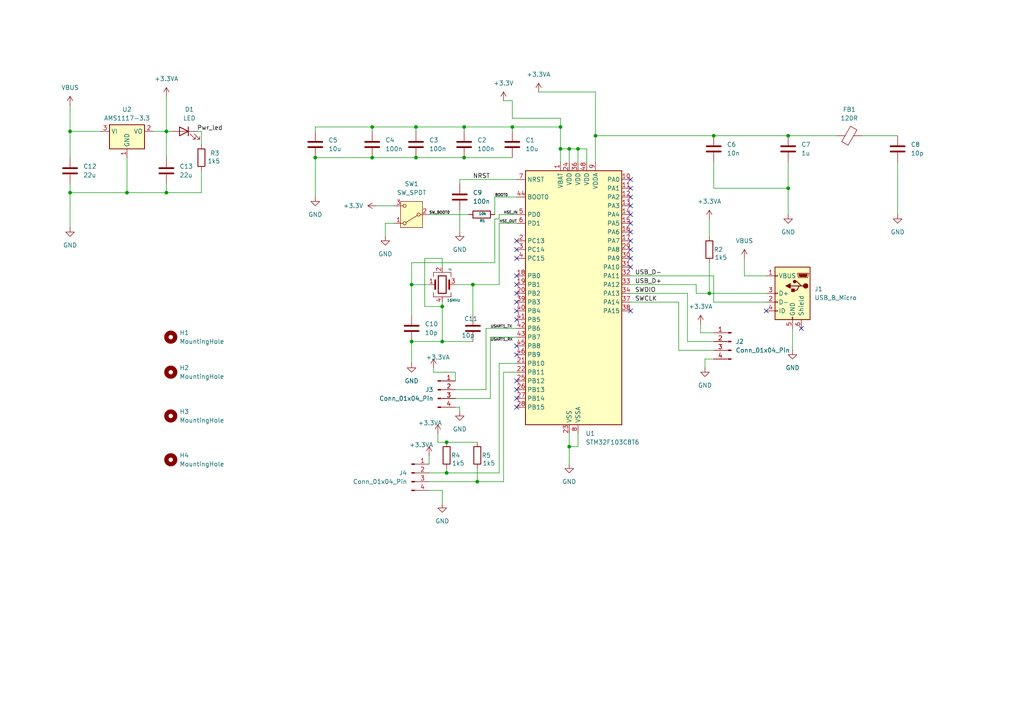
<source format=kicad_sch>
(kicad_sch (version 20231120) (generator "eeschema") (generator_version "8.0")
  (paper "A4")
  (lib_symbols
    (symbol "Connector:Conn_01x04_Pin" (pin_names (offset 1.016) hide)
      (property "Reference" "J" (at 0 5.08 0))
      (property "Value" "Conn_01x04_Pin" (at 0 -7.62 0))
      (symbol "Conn_01x04_Pin_1_1"
        (polyline (pts (xy 1.27 -5.08) (xy 0.8636 -5.08)) (stroke (width 0.1524)))
        (polyline (pts (xy 1.27 -2.54) (xy 0.8636 -2.54)) (stroke (width 0.1524)))
        (polyline (pts (xy 1.27 0) (xy 0.8636 0)) (stroke (width 0.1524)))
        (polyline (pts (xy 1.27 2.54) (xy 0.8636 2.54)) (stroke (width 0.1524)))
        (rectangle (start 0.8636 -4.953) (end 0 -5.207) (stroke (width 0.1524)) (fill (type outline)))
        (rectangle (start 0.8636 -2.413) (end 0 -2.667) (stroke (width 0.1524)) (fill (type outline)))
        (rectangle (start 0.8636 0.127) (end 0 -0.127) (stroke (width 0.1524)) (fill (type outline)))
        (rectangle (start 0.8636 2.667) (end 0 2.413) (stroke (width 0.1524)) (fill (type outline)))
        (pin passive line (at 5.08 2.54 180) (length 3.81) (name "Pin_1") (number "1"))
        (pin passive line (at 5.08 0 180) (length 3.81) (name "Pin_2") (number "2"))
        (pin passive line (at 5.08 -2.54 180) (length 3.81) (name "Pin_3") (number "3"))
        (pin passive line (at 5.08 -5.08 180) (length 3.81) (name "Pin_4") (number "4"))
      )
    )
    (symbol "Connector:USB_B_Micro" (pin_names (offset 1.016))
      (property "Reference" "J" (at -5.08 11.43 0))
      (property "Value" "USB_B_Micro" (at -5.08 8.89 0))
      (symbol "USB_B_Micro_0_1"
        (rectangle (start -5.08 -7.62) (end 5.08 7.62) (stroke (width 0.254)) (fill (type background)))
        (circle (center -3.81 2.159) (radius 0.635) (stroke (width 0.254)) (fill (type outline)))
        (circle (center -0.635 3.429) (radius 0.381) (stroke (width 0.254)) (fill (type outline)))
        (rectangle (start -0.127 -7.62) (end 0.127 -6.858))
        (polyline (pts (xy -1.905 2.159) (xy 0.635 2.159)) (stroke (width 0.254)))
        (polyline (pts (xy -3.175 2.159) (xy -2.54 2.159) (xy -1.27 3.429) (xy -0.635 3.429)) (stroke (width 0.254)))
        (polyline (pts (xy -2.54 2.159) (xy -1.905 2.159) (xy -1.27 0.889) (xy 0 0.889)) (stroke (width 0.254)))
        (polyline (pts (xy 0.635 2.794) (xy 0.635 1.524) (xy 1.905 2.159) (xy 0.635 2.794)) (stroke (width 0.254)) (fill (type outline)))
        (polyline (pts (xy -4.318 5.588) (xy -1.778 5.588) (xy -2.032 4.826) (xy -4.064 4.826) (xy -4.318 5.588)) (fill (type outline)))
        (polyline (pts (xy -4.699 5.842) (xy -4.699 5.588) (xy -4.445 4.826) (xy -4.445 4.572) (xy -1.651 4.572) (xy -1.651 4.826) (xy -1.397 5.588) (xy -1.397 5.842) (xy -4.699 5.842)))
        (rectangle (start 0.254 1.27) (end -0.508 0.508) (stroke (width 0.254)) (fill (type outline)))
        (rectangle (start 5.08 -5.207) (end 4.318 -4.953))
        (rectangle (start 5.08 -2.667) (end 4.318 -2.413))
        (rectangle (start 5.08 -0.127) (end 4.318 0.127))
        (rectangle (start 5.08 4.953) (end 4.318 5.207))
      )
      (symbol "USB_B_Micro_1_1"
        (pin power_out line (at 7.62 5.08 180) (length 2.54) (name "VBUS") (number "1"))
        (pin bidirectional line (at 7.62 -2.54 180) (length 2.54) (name "D-") (number "2"))
        (pin bidirectional line (at 7.62 0 180) (length 2.54) (name "D+") (number "3"))
        (pin passive line (at 7.62 -5.08 180) (length 2.54) (name "ID") (number "4"))
        (pin power_out line (at 0 -10.16 90) (length 2.54) (name "GND") (number "5"))
        (pin passive line (at -2.54 -10.16 90) (length 2.54) (name "Shield") (number "6"))
      )
    )
    (symbol "Device:C" (pin_numbers hide) (pin_names (offset 0.254))
      (property "Reference" "C" (at 0.635 2.54 0))
      (property "Value" "C" (at 0.635 -2.54 0))
      (symbol "C_0_1"
        (polyline (pts (xy -2.032 -0.762) (xy 2.032 -0.762)) (stroke (width 0.508)))
        (polyline (pts (xy -2.032 0.762) (xy 2.032 0.762)) (stroke (width 0.508)))
      )
      (symbol "C_1_1"
        (pin passive line (at 0 3.81 270) (length 2.794) (name "~") (number "1"))
        (pin passive line (at 0 -3.81 90) (length 2.794) (name "~") (number "2"))
      )
    )
    (symbol "Device:Crystal_GND24" (pin_names (offset 1.016) hide)
      (property "Reference" "Y" (at 3.175 5.08 0))
      (property "Value" "Crystal_GND24" (at 3.175 3.175 0))
      (symbol "Crystal_GND24_0_1"
        (rectangle (start -1.143 2.54) (end 1.143 -2.54) (stroke (width 0.3048)))
        (polyline (pts (xy -2.54 0) (xy -2.032 0)))
        (polyline (pts (xy -2.032 -1.27) (xy -2.032 1.27)) (stroke (width 0.508)))
        (polyline (pts (xy 0 -3.81) (xy 0 -3.556)))
        (polyline (pts (xy 0 3.556) (xy 0 3.81)))
        (polyline (pts (xy 2.032 -1.27) (xy 2.032 1.27)) (stroke (width 0.508)))
        (polyline (pts (xy 2.032 0) (xy 2.54 0)))
        (polyline (pts (xy -2.54 -2.286) (xy -2.54 -3.556) (xy 2.54 -3.556) (xy 2.54 -2.286)))
        (polyline (pts (xy -2.54 2.286) (xy -2.54 3.556) (xy 2.54 3.556) (xy 2.54 2.286)))
      )
      (symbol "Crystal_GND24_1_1"
        (pin passive line (at -3.81 0 0) (length 1.27) (name "1") (number "1"))
        (pin passive line (at 0 5.08 270) (length 1.27) (name "2") (number "2"))
        (pin passive line (at 3.81 0 180) (length 1.27) (name "3") (number "3"))
        (pin passive line (at 0 -5.08 90) (length 1.27) (name "4") (number "4"))
      )
    )
    (symbol "Device:FerriteBead" (pin_numbers hide) (pin_names (offset 0))
      (property "Reference" "FB" (at -3.81 0.635 90))
      (property "Value" "FerriteBead" (at 3.81 0 90))
      (symbol "FerriteBead_0_1"
        (polyline (pts (xy 0 -1.27) (xy 0 -1.2192)))
        (polyline (pts (xy 0 1.27) (xy 0 1.2954)))
        (polyline (pts (xy -2.7686 0.4064) (xy -1.7018 2.2606) (xy 2.7686 -0.3048) (xy 1.6764 -2.159) (xy -2.7686 0.4064)))
      )
      (symbol "FerriteBead_1_1"
        (pin passive line (at 0 3.81 270) (length 2.54) (name "~") (number "1"))
        (pin passive line (at 0 -3.81 90) (length 2.54) (name "~") (number "2"))
      )
    )
    (symbol "Device:LED" (pin_numbers hide) (pin_names (offset 1.016) hide)
      (property "Reference" "D" (at 0 2.54 0))
      (property "Value" "LED" (at 0 -2.54 0))
      (symbol "LED_0_1"
        (polyline (pts (xy -1.27 -1.27) (xy -1.27 1.27)) (stroke (width 0.254)))
        (polyline (pts (xy -1.27 0) (xy 1.27 0)))
        (polyline (pts (xy 1.27 -1.27) (xy 1.27 1.27) (xy -1.27 0) (xy 1.27 -1.27)) (stroke (width 0.254)))
        (polyline (pts (xy -3.048 -0.762) (xy -4.572 -2.286) (xy -3.81 -2.286) (xy -4.572 -2.286) (xy -4.572 -1.524)))
        (polyline (pts (xy -1.778 -0.762) (xy -3.302 -2.286) (xy -2.54 -2.286) (xy -3.302 -2.286) (xy -3.302 -1.524)))
      )
      (symbol "LED_1_1"
        (pin passive line (at -3.81 0 0) (length 2.54) (name "K") (number "1"))
        (pin passive line (at 3.81 0 180) (length 2.54) (name "A") (number "2"))
      )
    )
    (symbol "Device:R" (pin_numbers hide) (pin_names (offset 0))
      (property "Reference" "R" (at 2.032 0 90))
      (property "Value" "R" (at 0 0 90))
      (symbol "R_0_1"
        (rectangle (start -1.016 -2.54) (end 1.016 2.54) (stroke (width 0.254)))
      )
      (symbol "R_1_1"
        (pin passive line (at 0 3.81 270) (length 1.27) (name "~") (number "1"))
        (pin passive line (at 0 -3.81 90) (length 1.27) (name "~") (number "2"))
      )
    )
    (symbol "MCU_ST_STM32F1:STM32F103C8Tx"
      (property "Reference" "U" (at -12.7 39.37 0))
      (property "Value" "STM32F103C8Tx" (at 10.16 39.37 0))
      (symbol "STM32F103C8Tx_0_1"
        (rectangle (start -12.7 -35.56) (end 15.24 38.1) (stroke (width 0.254)) (fill (type background)))
      )
      (symbol "STM32F103C8Tx_1_1"
        (pin power_in line (at -2.54 40.64 270) (length 2.54) (name "VBAT") (number "1"))
        (pin bidirectional line (at 17.78 35.56 180) (length 2.54) (name "PA0") (number "10"))
        (pin bidirectional line (at 17.78 33.02 180) (length 2.54) (name "PA1") (number "11"))
        (pin bidirectional line (at 17.78 30.48 180) (length 2.54) (name "PA2") (number "12"))
        (pin bidirectional line (at 17.78 27.94 180) (length 2.54) (name "PA3") (number "13"))
        (pin bidirectional line (at 17.78 25.4 180) (length 2.54) (name "PA4") (number "14"))
        (pin bidirectional line (at 17.78 22.86 180) (length 2.54) (name "PA5") (number "15"))
        (pin bidirectional line (at 17.78 20.32 180) (length 2.54) (name "PA6") (number "16"))
        (pin bidirectional line (at 17.78 17.78 180) (length 2.54) (name "PA7") (number "17"))
        (pin bidirectional line (at -15.24 7.62 0) (length 2.54) (name "PB0") (number "18"))
        (pin bidirectional line (at -15.24 5.08 0) (length 2.54) (name "PB1") (number "19"))
        (pin bidirectional line (at -15.24 17.78 0) (length 2.54) (name "PC13") (number "2"))
        (pin bidirectional line (at -15.24 2.54 0) (length 2.54) (name "PB2") (number "20"))
        (pin bidirectional line (at -15.24 -17.78 0) (length 2.54) (name "PB10") (number "21"))
        (pin bidirectional line (at -15.24 -20.32 0) (length 2.54) (name "PB11") (number "22"))
        (pin power_in line (at 0 -38.1 90) (length 2.54) (name "VSS") (number "23"))
        (pin power_in line (at 0 40.64 270) (length 2.54) (name "VDD") (number "24"))
        (pin bidirectional line (at -15.24 -22.86 0) (length 2.54) (name "PB12") (number "25"))
        (pin bidirectional line (at -15.24 -25.4 0) (length 2.54) (name "PB13") (number "26"))
        (pin bidirectional line (at -15.24 -27.94 0) (length 2.54) (name "PB14") (number "27"))
        (pin bidirectional line (at -15.24 -30.48 0) (length 2.54) (name "PB15") (number "28"))
        (pin bidirectional line (at 17.78 15.24 180) (length 2.54) (name "PA8") (number "29"))
        (pin bidirectional line (at -15.24 15.24 0) (length 2.54) (name "PC14") (number "3"))
        (pin bidirectional line (at 17.78 12.7 180) (length 2.54) (name "PA9") (number "30"))
        (pin bidirectional line (at 17.78 10.16 180) (length 2.54) (name "PA10") (number "31"))
        (pin bidirectional line (at 17.78 7.62 180) (length 2.54) (name "PA11") (number "32"))
        (pin bidirectional line (at 17.78 5.08 180) (length 2.54) (name "PA12") (number "33"))
        (pin bidirectional line (at 17.78 2.54 180) (length 2.54) (name "PA13") (number "34"))
        (pin passive line (at 0 -38.1 90) (length 2.54) hide (name "VSS") (number "35"))
        (pin power_in line (at 2.54 40.64 270) (length 2.54) (name "VDD") (number "36"))
        (pin bidirectional line (at 17.78 0 180) (length 2.54) (name "PA14") (number "37"))
        (pin bidirectional line (at 17.78 -2.54 180) (length 2.54) (name "PA15") (number "38"))
        (pin bidirectional line (at -15.24 0 0) (length 2.54) (name "PB3") (number "39"))
        (pin bidirectional line (at -15.24 12.7 0) (length 2.54) (name "PC15") (number "4"))
        (pin bidirectional line (at -15.24 -2.54 0) (length 2.54) (name "PB4") (number "40"))
        (pin bidirectional line (at -15.24 -5.08 0) (length 2.54) (name "PB5") (number "41"))
        (pin bidirectional line (at -15.24 -7.62 0) (length 2.54) (name "PB6") (number "42"))
        (pin bidirectional line (at -15.24 -10.16 0) (length 2.54) (name "PB7") (number "43"))
        (pin input line (at -15.24 30.48 0) (length 2.54) (name "BOOT0") (number "44"))
        (pin bidirectional line (at -15.24 -12.7 0) (length 2.54) (name "PB8") (number "45"))
        (pin bidirectional line (at -15.24 -15.24 0) (length 2.54) (name "PB9") (number "46"))
        (pin passive line (at 0 -38.1 90) (length 2.54) hide (name "VSS") (number "47"))
        (pin power_in line (at 5.08 40.64 270) (length 2.54) (name "VDD") (number "48"))
        (pin bidirectional line (at -15.24 25.4 0) (length 2.54) (name "PD0") (number "5"))
        (pin bidirectional line (at -15.24 22.86 0) (length 2.54) (name "PD1") (number "6"))
        (pin input line (at -15.24 35.56 0) (length 2.54) (name "NRST") (number "7"))
        (pin power_in line (at 2.54 -38.1 90) (length 2.54) (name "VSSA") (number "8"))
        (pin power_in line (at 7.62 40.64 270) (length 2.54) (name "VDDA") (number "9"))
      )
    )
    (symbol "Mechanical:MountingHole" (pin_names (offset 1.016)) (exclude_from_sim yes) (in_bom no)
      (property "Reference" "H" (at 0 5.08 0))
      (property "Value" "MountingHole" (at 0 3.175 0))
      (symbol "MountingHole_0_1"
        (circle (center 0 0) (radius 1.27) (stroke (width 1.27)))
      )
    )
    (symbol "Regulator_Linear:AMS1117-3.3"
      (property "Reference" "U" (at -3.81 3.175 0))
      (property "Value" "AMS1117-3.3" (at 0 3.175 0))
      (symbol "AMS1117-3.3_0_1"
        (rectangle (start -5.08 -5.08) (end 5.08 1.905) (stroke (width 0.254)) (fill (type background)))
      )
      (symbol "AMS1117-3.3_1_1"
        (pin power_in line (at 0 -7.62 90) (length 2.54) (name "GND") (number "1"))
        (pin power_out line (at 7.62 0 180) (length 2.54) (name "VO") (number "2"))
        (pin power_in line (at -7.62 0 0) (length 2.54) (name "VI") (number "3"))
      )
    )
    (symbol "Switch:SW_SPDT" (pin_names (offset 0) hide)
      (property "Reference" "SW" (at 0 5.08 0))
      (property "Value" "SW_SPDT" (at 0 -5.08 0))
      (symbol "SW_SPDT_0_1"
        (circle (center -2.032 0) (radius 0.4572))
        (polyline (pts (xy -1.651 0.254) (xy 1.651 2.286)))
        (circle (center 2.032 -2.54) (radius 0.4572))
        (circle (center 2.032 2.54) (radius 0.4572))
      )
      (symbol "SW_SPDT_1_1"
        (rectangle (start -3.175 3.81) (end 3.175 -3.81) (fill (type background)))
        (pin passive line (at 5.08 2.54 180) (length 2.54) (name "A") (number "1"))
        (pin passive line (at -5.08 0 0) (length 2.54) (name "B") (number "2"))
        (pin passive line (at 5.08 -2.54 180) (length 2.54) (name "C") (number "3"))
      )
    )
    (symbol "power:+3.3V" (power) (pin_numbers hide) (pin_names (offset 0) hide)
      (property "Value" "+3.3V" (at 0 3.556 0))
      (symbol "+3.3V_0_1"
        (polyline (pts (xy -0.762 1.27) (xy 0 2.54)))
        (polyline (pts (xy 0 0) (xy 0 2.54)))
        (polyline (pts (xy 0 2.54) (xy 0.762 1.27)))
      )
      (symbol "+3.3V_1_1"
        (pin power_in line (at 0 0 90) (length 0) (name "~") (number "1"))
      )
    )
    (symbol "power:+3.3VA" (power) (pin_numbers hide) (pin_names (offset 0) hide)
      (property "Value" "+3.3VA" (at 0 3.556 0))
      (symbol "+3.3VA_0_1"
        (polyline (pts (xy -0.762 1.27) (xy 0 2.54)))
        (polyline (pts (xy 0 0) (xy 0 2.54)))
        (polyline (pts (xy 0 2.54) (xy 0.762 1.27)))
      )
      (symbol "+3.3VA_1_1"
        (pin power_in line (at 0 0 90) (length 0) (name "~") (number "1"))
      )
    )
    (symbol "power:GND" (power) (pin_numbers hide) (pin_names (offset 0) hide)
      (property "Value" "GND" (at 0 -3.81 0))
      (symbol "GND_0_1"
        (polyline (pts (xy 0 0) (xy 0 -1.27) (xy 1.27 -1.27) (xy 0 -2.54) (xy -1.27 -1.27) (xy 0 -1.27)))
      )
      (symbol "GND_1_1"
        (pin power_in line (at 0 0 270) (length 0) (name "~") (number "1"))
      )
    )
    (symbol "power:VBUS" (power) (pin_numbers hide) (pin_names (offset 0) hide)
      (property "Value" "VBUS" (at 0 3.556 0))
      (symbol "VBUS_0_1"
        (polyline (pts (xy -0.762 1.27) (xy 0 2.54)))
        (polyline (pts (xy 0 0) (xy 0 2.54)))
        (polyline (pts (xy 0 2.54) (xy 0.762 1.27)))
      )
      (symbol "VBUS_1_1"
        (pin power_in line (at 0 0 90) (length 0) (name "~") (number "1"))
      )
    )
  )
  (junction (at 128.27 99.06))
  (junction (at 120.65 45.72))
  (junction (at 119.38 82.55))
  (junction (at 107.95 36.83))
  (junction (at 228.6 54.61))
  (junction (at 167.64 43.18))
  (junction (at 137.16 82.55))
  (junction (at 129.54 137.16))
  (junction (at 128.27 88.9))
  (junction (at 228.6 39.37))
  (junction (at 129.54 128.27))
  (junction (at 48.26 55.88))
  (junction (at 48.26 38.1))
  (junction (at 172.72 39.37))
  (junction (at 162.56 36.83))
  (junction (at 134.62 45.72))
  (junction (at 36.83 55.88))
  (junction (at 207.01 39.37))
  (junction (at 107.95 45.72))
  (junction (at 20.32 38.1))
  (junction (at 134.62 36.83))
  (junction (at 165.1 43.18))
  (junction (at 138.43 139.7))
  (junction (at 120.65 36.83))
  (junction (at 91.44 45.72))
  (junction (at 165.1 129.54))
  (junction (at 148.59 36.83))
  (junction (at 119.38 99.06))
  (junction (at 162.56 43.18))
  (junction (at 20.32 55.88))
  (junction (at 205.74 85.09))
  (no_connect (at 182.88 74.93))
  (no_connect (at 149.86 115.57))
  (no_connect (at 182.88 64.77))
  (no_connect (at 149.86 74.93))
  (no_connect (at 149.86 69.85))
  (no_connect (at 182.88 52.07))
  (no_connect (at 182.88 62.23))
  (no_connect (at 149.86 87.63))
  (no_connect (at 149.86 90.17))
  (no_connect (at 149.86 102.87))
  (no_connect (at 149.86 80.01))
  (no_connect (at 149.86 72.39))
  (no_connect (at 182.88 57.15))
  (no_connect (at 182.88 72.39))
  (no_connect (at 149.86 113.03))
  (no_connect (at 182.88 90.17))
  (no_connect (at 182.88 77.47))
  (no_connect (at 182.88 67.31))
  (no_connect (at 149.86 92.71))
  (no_connect (at 149.86 82.55))
  (no_connect (at 149.86 110.49))
  (no_connect (at 182.88 54.61))
  (no_connect (at 149.86 85.09))
  (no_connect (at 222.25 90.17))
  (no_connect (at 232.41 95.25))
  (no_connect (at 182.88 69.85))
  (no_connect (at 149.86 118.11))
  (no_connect (at 149.86 100.33))
  (no_connect (at 182.88 59.69))
  (wire (pts (xy 205.74 76.2) (xy 205.74 85.09)))
  (wire (pts (xy 107.95 36.83) (xy 107.95 38.1)))
  (wire (pts (xy 172.72 26.67) (xy 156.21 26.67)))
  (wire (pts (xy 36.83 45.72) (xy 36.83 55.88)))
  (wire (pts (xy 20.32 53.34) (xy 20.32 55.88)))
  (wire (pts (xy 57.15 38.1) (xy 58.42 38.1)))
  (wire (pts (xy 143.51 57.15) (xy 143.51 62.23)))
  (wire (pts (xy 128.27 74.93) (xy 123.19 74.93)))
  (wire (pts (xy 120.65 45.72) (xy 134.62 45.72)))
  (wire (pts (xy 107.95 45.72) (xy 120.65 45.72)))
  (wire (pts (xy 144.78 64.77) (xy 144.78 82.55)))
  (wire (pts (xy 207.01 104.14) (xy 204.47 104.14)))
  (wire (pts (xy 144.78 82.55) (xy 137.16 82.55)))
  (wire (pts (xy 119.38 99.06) (xy 119.38 105.41)))
  (wire (pts (xy 127 125.73) (xy 127 128.27)))
  (wire (pts (xy 140.97 95.25) (xy 140.97 113.03)))
  (wire (pts (xy 107.95 36.83) (xy 91.44 36.83)))
  (wire (pts (xy 149.86 97.79) (xy 142.24 97.79)))
  (wire (pts (xy 162.56 34.29) (xy 148.59 34.29)))
  (wire (pts (xy 204.47 104.14) (xy 204.47 106.68)))
  (wire (pts (xy 148.59 34.29) (xy 148.59 29.21)))
  (wire (pts (xy 133.35 52.07) (xy 133.35 53.34)))
  (wire (pts (xy 129.54 128.27) (xy 138.43 128.27)))
  (wire (pts (xy 58.42 49.53) (xy 58.42 55.88)))
  (wire (pts (xy 125.73 107.95) (xy 132.08 107.95)))
  (wire (pts (xy 229.87 95.25) (xy 229.87 101.6)))
  (wire (pts (xy 29.21 38.1) (xy 20.32 38.1)))
  (wire (pts (xy 167.64 46.99) (xy 167.64 43.18)))
  (wire (pts (xy 207.01 87.63) (xy 207.01 80.01)))
  (wire (pts (xy 144.78 64.77) (xy 149.86 64.77)))
  (wire (pts (xy 182.88 82.55) (xy 201.93 82.55)))
  (wire (pts (xy 165.1 129.54) (xy 165.1 134.62)))
  (wire (pts (xy 167.64 129.54) (xy 167.64 125.73)))
  (wire (pts (xy 124.46 132.08) (xy 124.46 134.62)))
  (wire (pts (xy 134.62 36.83) (xy 134.62 38.1)))
  (wire (pts (xy 146.05 107.95) (xy 146.05 139.7)))
  (wire (pts (xy 149.86 52.07) (xy 133.35 52.07)))
  (wire (pts (xy 119.38 76.2) (xy 119.38 82.55)))
  (wire (pts (xy 182.88 87.63) (xy 196.85 87.63)))
  (wire (pts (xy 44.45 38.1) (xy 48.26 38.1)))
  (wire (pts (xy 128.27 142.24) (xy 128.27 146.05)))
  (wire (pts (xy 165.1 46.99) (xy 165.1 43.18)))
  (wire (pts (xy 196.85 101.6) (xy 207.01 101.6)))
  (wire (pts (xy 205.74 85.09) (xy 201.93 85.09)))
  (wire (pts (xy 129.54 135.89) (xy 129.54 137.16)))
  (wire (pts (xy 201.93 85.09) (xy 201.93 82.55)))
  (wire (pts (xy 128.27 88.9) (xy 128.27 99.06)))
  (wire (pts (xy 222.25 85.09) (xy 205.74 85.09)))
  (wire (pts (xy 143.51 63.5) (xy 143.51 76.2)))
  (wire (pts (xy 167.64 43.18) (xy 165.1 43.18)))
  (wire (pts (xy 114.3 64.77) (xy 111.76 64.77)))
  (wire (pts (xy 215.9 80.01) (xy 215.9 74.93)))
  (wire (pts (xy 20.32 55.88) (xy 20.32 66.04)))
  (wire (pts (xy 149.86 57.15) (xy 143.51 57.15)))
  (wire (pts (xy 128.27 99.06) (xy 137.16 99.06)))
  (wire (pts (xy 182.88 80.01) (xy 207.01 80.01)))
  (wire (pts (xy 48.26 38.1) (xy 48.26 45.72)))
  (wire (pts (xy 123.19 88.9) (xy 128.27 88.9)))
  (wire (pts (xy 119.38 82.55) (xy 124.46 82.55)))
  (wire (pts (xy 144.78 105.41) (xy 144.78 137.16)))
  (wire (pts (xy 149.86 107.95) (xy 146.05 107.95)))
  (wire (pts (xy 91.44 36.83) (xy 91.44 38.1)))
  (wire (pts (xy 148.59 29.21) (xy 146.05 29.21)))
  (wire (pts (xy 137.16 82.55) (xy 137.16 91.44)))
  (wire (pts (xy 260.35 46.99) (xy 260.35 62.23)))
  (wire (pts (xy 120.65 36.83) (xy 107.95 36.83)))
  (wire (pts (xy 138.43 135.89) (xy 138.43 139.7)))
  (wire (pts (xy 129.54 137.16) (xy 144.78 137.16)))
  (wire (pts (xy 132.08 118.11) (xy 133.35 118.11)))
  (wire (pts (xy 165.1 129.54) (xy 167.64 129.54)))
  (wire (pts (xy 143.51 76.2) (xy 119.38 76.2)))
  (wire (pts (xy 196.85 87.63) (xy 196.85 101.6)))
  (wire (pts (xy 111.76 64.77) (xy 111.76 68.58)))
  (wire (pts (xy 109.22 59.69) (xy 114.3 59.69)))
  (wire (pts (xy 222.25 87.63) (xy 207.01 87.63)))
  (wire (pts (xy 119.38 99.06) (xy 128.27 99.06)))
  (wire (pts (xy 162.56 36.83) (xy 162.56 43.18)))
  (wire (pts (xy 133.35 118.11) (xy 133.35 119.38)))
  (wire (pts (xy 144.78 62.23) (xy 149.86 62.23)))
  (wire (pts (xy 124.46 142.24) (xy 128.27 142.24)))
  (wire (pts (xy 148.59 36.83) (xy 148.59 38.1)))
  (wire (pts (xy 207.01 46.99) (xy 207.01 54.61)))
  (wire (pts (xy 132.08 107.95) (xy 132.08 110.49)))
  (wire (pts (xy 133.35 60.96) (xy 133.35 67.31)))
  (wire (pts (xy 134.62 45.72) (xy 148.59 45.72)))
  (wire (pts (xy 148.59 36.83) (xy 134.62 36.83)))
  (wire (pts (xy 149.86 95.25) (xy 140.97 95.25)))
  (wire (pts (xy 124.46 62.23) (xy 135.89 62.23)))
  (wire (pts (xy 140.97 113.03) (xy 132.08 113.03)))
  (wire (pts (xy 203.2 96.52) (xy 207.01 96.52)))
  (wire (pts (xy 199.39 99.06) (xy 207.01 99.06)))
  (wire (pts (xy 228.6 54.61) (xy 228.6 62.23)))
  (wire (pts (xy 162.56 36.83) (xy 148.59 36.83)))
  (wire (pts (xy 199.39 85.09) (xy 199.39 99.06)))
  (wire (pts (xy 228.6 39.37) (xy 242.57 39.37)))
  (wire (pts (xy 250.19 39.37) (xy 260.35 39.37)))
  (wire (pts (xy 207.01 54.61) (xy 228.6 54.61)))
  (wire (pts (xy 149.86 105.41) (xy 144.78 105.41)))
  (wire (pts (xy 128.27 87.63) (xy 128.27 88.9)))
  (wire (pts (xy 36.83 55.88) (xy 20.32 55.88)))
  (wire (pts (xy 172.72 39.37) (xy 172.72 46.99)))
  (wire (pts (xy 91.44 45.72) (xy 107.95 45.72)))
  (wire (pts (xy 20.32 38.1) (xy 20.32 45.72)))
  (wire (pts (xy 170.18 43.18) (xy 167.64 43.18)))
  (wire (pts (xy 48.26 53.34) (xy 48.26 55.88)))
  (wire (pts (xy 134.62 36.83) (xy 120.65 36.83)))
  (wire (pts (xy 165.1 43.18) (xy 162.56 43.18)))
  (wire (pts (xy 172.72 26.67) (xy 172.72 39.37)))
  (wire (pts (xy 120.65 36.83) (xy 120.65 38.1)))
  (wire (pts (xy 137.16 82.55) (xy 132.08 82.55)))
  (wire (pts (xy 142.24 115.57) (xy 132.08 115.57)))
  (wire (pts (xy 48.26 27.94) (xy 48.26 38.1)))
  (wire (pts (xy 48.26 38.1) (xy 49.53 38.1)))
  (wire (pts (xy 20.32 30.48) (xy 20.32 38.1)))
  (wire (pts (xy 170.18 46.99) (xy 170.18 43.18)))
  (wire (pts (xy 172.72 39.37) (xy 207.01 39.37)))
  (wire (pts (xy 207.01 39.37) (xy 228.6 39.37)))
  (wire (pts (xy 228.6 46.99) (xy 228.6 54.61)))
  (wire (pts (xy 165.1 125.73) (xy 165.1 129.54)))
  (wire (pts (xy 138.43 139.7) (xy 146.05 139.7)))
  (wire (pts (xy 162.56 34.29) (xy 162.56 36.83)))
  (wire (pts (xy 143.51 63.5) (xy 144.78 63.5)))
  (wire (pts (xy 58.42 38.1) (xy 58.42 41.91)))
  (wire (pts (xy 205.74 63.5) (xy 205.74 68.58)))
  (wire (pts (xy 123.19 74.93) (xy 123.19 88.9)))
  (wire (pts (xy 124.46 139.7) (xy 138.43 139.7)))
  (wire (pts (xy 91.44 45.72) (xy 91.44 57.15)))
  (wire (pts (xy 162.56 43.18) (xy 162.56 46.99)))
  (wire (pts (xy 144.78 62.23) (xy 144.78 63.5)))
  (wire (pts (xy 58.42 55.88) (xy 48.26 55.88)))
  (wire (pts (xy 119.38 82.55) (xy 119.38 91.44)))
  (wire (pts (xy 127 128.27) (xy 129.54 128.27)))
  (wire (pts (xy 182.88 85.09) (xy 199.39 85.09)))
  (wire (pts (xy 124.46 137.16) (xy 129.54 137.16)))
  (wire (pts (xy 222.25 80.01) (xy 215.9 80.01)))
  (wire (pts (xy 48.26 55.88) (xy 36.83 55.88)))
  (wire (pts (xy 203.2 93.98) (xy 203.2 96.52)))
  (wire (pts (xy 125.73 106.68) (xy 125.73 107.95)))
  (wire (pts (xy 128.27 77.47) (xy 128.27 74.93)))
  (wire (pts (xy 142.24 97.79) (xy 142.24 115.57)))
  (label "USB_D-" (at 184.15 80.01 0))
  (label "USART1_TX" (at 142.24 95.25 0) (effects (font (size 0.762 0.762))))
  (label "NRST" (at 137.16 52.07 0))
  (label "USB_D+" (at 184.15 82.55 0))
  (label "SWDIO" (at 184.15 85.09 0))
  (label "SWCLK" (at 184.15 87.63 0))
  (label "BOOT0" (at 143.51 57.15 0) (effects (font (size 0.762 0.762))))
  (label "SW_BOOT0" (at 124.46 62.23 0) (effects (font (size 0.762 0.762))))
  (label "USART1_RX" (at 142.24 99.06 0) (effects (font (size 0.762 0.762))))
  (label "Pwr_led" (at 57.15 38.1 0))
  (label "HSE_OUT" (at 144.78 64.77 0) (effects (font (size 0.762 0.762))))
  (label "HSE_IN" (at 146.05 62.23 0) (effects (font (size 0.762 0.762))))
  (symbol (lib_id "Device:C") (at 48.26 49.53 0) (unit 1)
    (property "Reference" "C13" (at 52.07 48.2599 0) (effects (justify left)))
    (property "Value" "22u" (at 52.07 50.7999 0) (effects (justify left)))
    (property "Footprint" "Capacitor_SMD:C_0805_2012Metric" (effects (hide yes)))
    (property "Description" "Unpolarized capacitor" (effects (hide yes)))
  )
  (symbol (lib_id "power:VBUS") (at 215.9 74.93 0) (unit 1)
    (property "Reference" "#PWR011" (effects (hide yes)))
    (property "Value" "VBUS" (at 215.9 69.85 0))
    (property "Description" "Power symbol creates a global label with name \"VBUS\"" (effects (hide yes)))
  )
  (symbol (lib_id "power:GND") (at 133.35 119.38 0) (unit 1)
    (property "Reference" "#PWR018" (effects (hide yes)))
    (property "Value" "GND" (at 133.35 124.46 0))
    (property "Description" "Power symbol creates a global label with name \"GND\" , ground" (effects (hide yes)))
  )
  (symbol (lib_id "power:GND") (at 119.38 105.41 0) (unit 1)
    (property "Reference" "#PWR09" (effects (hide yes)))
    (property "Value" "GND" (at 119.38 110.49 0))
    (property "Description" "Power symbol creates a global label with name \"GND\" , ground" (effects (hide yes)))
  )
  (symbol (lib_id "Device:R") (at 138.43 132.08 0) (unit 1)
    (property "Reference" "R5" (at 139.7 132.08 0) (effects (justify left)))
    (property "Value" "1k5" (at 139.954 134.366 0) (effects (justify left)))
    (property "Footprint" "Resistor_SMD:R_0402_1005Metric" (effects (hide yes)))
    (property "Description" "Resistor" (effects (hide yes)))
  )
  (symbol (lib_id "Mechanical:MountingHole") (at 49.53 97.79 0) (unit 1) (exclude_from_sim yes) (in_bom no)
    (property "Reference" "H1" (at 52.07 96.5199 0) (effects (justify left)))
    (property "Value" "MountingHole" (at 52.07 99.0599 0) (effects (justify left)))
    (property "Footprint" "MountingHole:MountingHole_2.2mm_M2" (effects (hide yes)))
    (property "Description" "Mounting Hole without connection" (effects (hide yes)))
  )
  (symbol (lib_id "power:GND") (at 91.44 57.15 0) (unit 1)
    (property "Reference" "#PWR03" (effects (hide yes)))
    (property "Value" "GND" (at 91.44 62.23 0))
    (property "Description" "Power symbol creates a global label with name \"GND\" , ground" (effects (hide yes)))
  )
  (symbol (lib_id "power:+3.3V") (at 109.22 59.69 90) (mirror x) (unit 1)
    (property "Reference" "#PWR023" (effects (hide yes)))
    (property "Value" "+3.3V" (at 105.41 59.6899 90) (effects (justify left)))
    (property "Description" "Power symbol creates a global label with name \"+3.3V\"" (effects (hide yes)))
  )
  (symbol (lib_id "power:GND") (at 128.27 146.05 0) (unit 1)
    (property "Reference" "#PWR020" (effects (hide yes)))
    (property "Value" "GND" (at 128.27 151.13 0))
    (property "Description" "Power symbol creates a global label with name \"GND\" , ground" (effects (hide yes)))
  )
  (symbol (lib_id "power:+3.3VA") (at 203.2 93.98 0) (unit 1)
    (property "Reference" "#PWR014" (effects (hide yes)))
    (property "Value" "+3.3VA" (at 203.2 88.9 0))
    (property "Description" "Power symbol creates a global label with name \"+3.3VA\"" (effects (hide yes)))
  )
  (symbol (lib_id "power:+3.3VA") (at 205.74 63.5 0) (unit 1)
    (property "Reference" "#PWR012" (effects (hide yes)))
    (property "Value" "+3.3VA" (at 205.74 58.42 0))
    (property "Description" "Power symbol creates a global label with name \"+3.3VA\"" (effects (hide yes)))
  )
  (symbol (lib_id "Device:C") (at 207.01 43.18 0) (unit 1)
    (property "Reference" "C6" (at 210.82 41.9099 0) (effects (justify left)))
    (property "Value" "10n" (at 210.82 44.4499 0) (effects (justify left)))
    (property "Footprint" "Capacitor_SMD:C_0402_1005Metric" (effects (hide yes)))
    (property "Description" "Unpolarized capacitor" (effects (hide yes)))
  )
  (symbol (lib_id "Device:C") (at 260.35 43.18 0) (unit 1)
    (property "Reference" "C8" (at 264.16 41.9099 0) (effects (justify left)))
    (property "Value" "10p" (at 264.16 44.4499 0) (effects (justify left)))
    (property "Footprint" "Capacitor_SMD:C_0402_1005Metric" (effects (hide yes)))
    (property "Description" "Unpolarized capacitor" (effects (hide yes)))
  )
  (symbol (lib_id "Device:R") (at 129.54 132.08 0) (unit 1)
    (property "Reference" "R4" (at 130.81 132.08 0) (effects (justify left)))
    (property "Value" "1k5" (at 131.064 134.366 0) (effects (justify left)))
    (property "Footprint" "Resistor_SMD:R_0402_1005Metric" (effects (hide yes)))
    (property "Description" "Resistor" (effects (hide yes)))
  )
  (symbol (lib_id "Device:R") (at 205.74 72.39 0) (unit 1)
    (property "Reference" "R2" (at 207.01 72.39 0) (effects (justify left)))
    (property "Value" "1k5" (at 207.264 74.676 0) (effects (justify left)))
    (property "Footprint" "Resistor_SMD:R_0402_1005Metric" (effects (hide yes)))
    (property "Description" "Resistor" (effects (hide yes)))
  )
  (symbol (lib_id "Device:R") (at 58.42 45.72 0) (unit 1)
    (property "Reference" "R3" (at 60.96 44.4499 0) (effects (justify left)))
    (property "Value" "1k5" (at 60.198 46.736 0) (effects (justify left)))
    (property "Footprint" "Resistor_SMD:R_0402_1005Metric" (effects (hide yes)))
    (property "Description" "Resistor" (effects (hide yes)))
  )
  (symbol (lib_id "Device:C") (at 134.62 41.91 0) (unit 1)
    (property "Reference" "C2" (at 138.43 40.6399 0) (effects (justify left)))
    (property "Value" "100n" (at 138.43 43.1799 0) (effects (justify left)))
    (property "Footprint" "Capacitor_SMD:C_0402_1005Metric" (effects (hide yes)))
    (property "Description" "Unpolarized capacitor" (effects (hide yes)))
  )
  (symbol (lib_id "power:+3.3VA") (at 156.21 26.67 0) (unit 1)
    (property "Reference" "#PWR04" (effects (hide yes)))
    (property "Value" "+3.3VA" (at 156.21 21.59 0))
    (property "Description" "Power symbol creates a global label with name \"+3.3VA\"" (effects (hide yes)))
  )
  (symbol (lib_id "power:+3.3VA") (at 125.73 106.68 0) (unit 1)
    (property "Reference" "#PWR019" (effects (hide yes)))
    (property "Value" "+3.3VA" (at 127 103.632 0))
    (property "Description" "Power symbol creates a global label with name \"+3.3VA\"" (effects (hide yes)))
  )
  (symbol (lib_id "Device:C") (at 20.32 49.53 0) (unit 1)
    (property "Reference" "C12" (at 24.13 48.2599 0) (effects (justify left)))
    (property "Value" "22u" (at 24.13 50.7999 0) (effects (justify left)))
    (property "Footprint" "Capacitor_SMD:C_0805_2012Metric" (effects (hide yes)))
    (property "Description" "Unpolarized capacitor" (effects (hide yes)))
  )
  (symbol (lib_id "power:GND") (at 20.32 66.04 0) (unit 1)
    (property "Reference" "#PWR015" (effects (hide yes)))
    (property "Value" "GND" (at 20.32 71.12 0))
    (property "Description" "Power symbol creates a global label with name \"GND\" , ground" (effects (hide yes)))
  )
  (symbol (lib_id "power:GND") (at 165.1 134.62 0) (unit 1)
    (property "Reference" "#PWR01" (effects (hide yes)))
    (property "Value" "GND" (at 165.1 139.7 0))
    (property "Description" "Power symbol creates a global label with name \"GND\" , ground" (effects (hide yes)))
  )
  (symbol (lib_id "power:GND") (at 229.87 101.6 0) (unit 1)
    (property "Reference" "#PWR010" (effects (hide yes)))
    (property "Value" "GND" (at 229.87 106.68 0))
    (property "Description" "Power symbol creates a global label with name \"GND\" , ground" (effects (hide yes)))
  )
  (symbol (lib_id "Mechanical:MountingHole") (at 49.53 133.35 0) (unit 1) (exclude_from_sim yes) (in_bom no)
    (property "Reference" "H4" (at 52.07 132.0799 0) (effects (justify left)))
    (property "Value" "MountingHole" (at 52.07 134.6199 0) (effects (justify left)))
    (property "Footprint" "MountingHole:MountingHole_2.2mm_M2" (effects (hide yes)))
    (property "Description" "Mounting Hole without connection" (effects (hide yes)))
  )
  (symbol (lib_id "power:VBUS") (at 20.32 30.48 0) (unit 1)
    (property "Reference" "#PWR016" (effects (hide yes)))
    (property "Value" "VBUS" (at 20.32 25.4 0))
    (property "Description" "Power symbol creates a global label with name \"VBUS\"" (effects (hide yes)))
  )
  (symbol (lib_id "Device:C") (at 119.38 95.25 0) (unit 1)
    (property "Reference" "C10" (at 123.19 93.9799 0) (effects (justify left)))
    (property "Value" "10p" (at 123.19 96.5199 0) (effects (justify left)))
    (property "Footprint" "Capacitor_SMD:C_0402_1005Metric" (effects (hide yes)))
    (property "Description" "Unpolarized capacitor" (effects (hide yes)))
  )
  (symbol (lib_id "Device:C") (at 91.44 41.91 0) (unit 1)
    (property "Reference" "C5" (at 95.25 40.6399 0) (effects (justify left)))
    (property "Value" "10u" (at 95.25 43.1799 0) (effects (justify left)))
    (property "Footprint" "Capacitor_SMD:C_0805_2012Metric" (effects (hide yes)))
    (property "Description" "Unpolarized capacitor" (effects (hide yes)))
  )
  (symbol (lib_id "power:GND") (at 204.47 106.68 0) (unit 1)
    (property "Reference" "#PWR013" (effects (hide yes)))
    (property "Value" "GND" (at 204.47 111.76 0))
    (property "Description" "Power symbol creates a global label with name \"GND\" , ground" (effects (hide yes)))
  )
  (symbol (lib_id "Connector:Conn_01x04_Pin") (at 127 113.03 0) (unit 1)
    (property "Reference" "J3" (at 125.73 113.0299 0) (effects (justify right)))
    (property "Value" "Conn_01x04_Pin" (at 125.73 115.5699 0) (effects (justify right)))
    (property "Footprint" "Connector_PinHeader_2.54mm:PinHeader_1x04_P2.54mm_Vertical" (effects (hide yes)))
    (property "Description" "Generic connector, single row, 01x04, script generated" (effects (hide yes)))
  )
  (symbol (lib_id "power:GND") (at 111.76 68.58 0) (unit 1)
    (property "Reference" "#PWR08" (effects (hide yes)))
    (property "Value" "GND" (at 111.76 73.66 0))
    (property "Description" "Power symbol creates a global label with name \"GND\" , ground" (effects (hide yes)))
  )
  (symbol (lib_id "Mechanical:MountingHole") (at 49.53 120.65 0) (unit 1) (exclude_from_sim yes) (in_bom no)
    (property "Reference" "H3" (at 52.07 119.3799 0) (effects (justify left)))
    (property "Value" "MountingHole" (at 52.07 121.9199 0) (effects (justify left)))
    (property "Footprint" "MountingHole:MountingHole_2.2mm_M2" (effects (hide yes)))
    (property "Description" "Mounting Hole without connection" (effects (hide yes)))
  )
  (symbol (lib_id "Device:LED") (at 53.34 38.1 0) (mirror y) (unit 1)
    (property "Reference" "D1" (at 54.9275 31.75 0))
    (property "Value" "LED" (at 54.9275 34.29 0))
    (property "Footprint" "LED_SMD:LED_0603_1608Metric" (effects (hide yes)))
    (property "Description" "Light emitting diode" (effects (hide yes)))
  )
  (symbol (lib_id "Device:C") (at 228.6 43.18 0) (unit 1)
    (property "Reference" "C7" (at 232.41 41.9099 0) (effects (justify left)))
    (property "Value" "1u" (at 232.41 44.4499 0) (effects (justify left)))
    (property "Footprint" "Capacitor_SMD:C_0402_1005Metric" (effects (hide yes)))
    (property "Description" "Unpolarized capacitor" (effects (hide yes)))
  )
  (symbol (lib_id "power:+3.3V") (at 146.05 29.21 0) (unit 1)
    (property "Reference" "#PWR02" (effects (hide yes)))
    (property "Value" "+3.3V" (at 146.05 24.13 0))
    (property "Description" "Power symbol creates a global label with name \"+3.3V\"" (effects (hide yes)))
  )
  (symbol (lib_id "Connector:Conn_01x04_Pin") (at 119.38 137.16 0) (unit 1)
    (property "Reference" "J4" (at 118.11 137.1599 0) (effects (justify right)))
    (property "Value" "Conn_01x04_Pin" (at 118.11 139.6999 0) (effects (justify right)))
    (property "Footprint" "Connector_PinHeader_2.54mm:PinHeader_1x04_P2.54mm_Vertical" (effects (hide yes)))
    (property "Description" "Generic connector, single row, 01x04, script generated" (effects (hide yes)))
  )
  (symbol (lib_id "Device:C") (at 148.59 41.91 0) (unit 1)
    (property "Reference" "C1" (at 152.4 40.6399 0) (effects (justify left)))
    (property "Value" "10u" (at 152.4 43.1799 0) (effects (justify left)))
    (property "Footprint" "Capacitor_SMD:C_0402_1005Metric" (effects (hide yes)))
    (property "Description" "Unpolarized capacitor" (effects (hide yes)))
  )
  (symbol (lib_id "MCU_ST_STM32F1:STM32F103C8Tx") (at 165.1 87.63 0) (unit 1)
    (property "Reference" "U1" (at 169.8341 125.73 0) (effects (justify left)))
    (property "Value" "STM32F103C8T6" (at 169.8341 128.27 0) (effects (justify left)))
    (property "Footprint" "Package_QFP:LQFP-48_7x7mm_P0.5mm" (effects (hide yes)))
    (property "Datasheet" "https://www.st.com/resource/en/datasheet/stm32f103c8.pdf" (effects (hide yes)))
    (property "Description" "STMicroelectronics Arm Cortex-M3 MCU, 64KB flash, 20KB RAM, 72 MHz, 2.0-3.6V, 37 GPIO, LQFP48" (effects (hide yes)))
  )
  (symbol (lib_id "power:+3.3VA") (at 124.46 132.08 0) (unit 1)
    (property "Reference" "#PWR021" (effects (hide yes)))
    (property "Value" "+3.3VA" (at 122.174 129.032 0))
    (property "Description" "Power symbol creates a global label with name \"+3.3VA\"" (effects (hide yes)))
  )
  (symbol (lib_id "power:GND") (at 260.35 62.23 0) (unit 1)
    (property "Reference" "#PWR06" (effects (hide yes)))
    (property "Value" "GND" (at 260.35 67.31 0))
    (property "Description" "Power symbol creates a global label with name \"GND\" , ground" (effects (hide yes)))
  )
  (symbol (lib_id "power:GND") (at 228.6 62.23 0) (unit 1)
    (property "Reference" "#PWR05" (effects (hide yes)))
    (property "Value" "GND" (at 228.6 67.31 0))
    (property "Description" "Power symbol creates a global label with name \"GND\" , ground" (effects (hide yes)))
  )
  (symbol (lib_id "Device:Crystal_GND24") (at 128.27 82.55 0) (unit 1)
    (property "Reference" "Y1" (at 130.556 78.232 0) (effects (font (size 0.508 0.508))))
    (property "Value" "16MHz" (at 131.572 87.122 0) (effects (font (size 0.762 0.762))))
    (property "Footprint" "Crystal:Crystal_SMD_3225-4Pin_3.2x2.5mm" (effects (hide yes)))
    (property "Description" "Four pin crystal, GND on pins 2 and 4" (effects (hide yes)))
  )
  (symbol (lib_id "power:+3.3VA") (at 48.26 27.94 0) (unit 1)
    (property "Reference" "#PWR017" (effects (hide yes)))
    (property "Value" "+3.3VA" (at 48.26 22.86 0))
    (property "Description" "Power symbol creates a global label with name \"+3.3VA\"" (effects (hide yes)))
  )
  (symbol (lib_id "Device:C") (at 137.16 95.25 0) (unit 1)
    (property "Reference" "C11" (at 134.62 92.456 0) (effects (justify left)))
    (property "Value" "10p" (at 133.858 97.282 0) (effects (justify left)))
    (property "Footprint" "Capacitor_SMD:C_0402_1005Metric" (effects (hide yes)))
    (property "Description" "Unpolarized capacitor" (effects (hide yes)))
  )
  (symbol (lib_id "Device:R") (at 139.7 62.23 90) (unit 1)
    (property "Reference" "R1" (at 139.954 64.008 90) (effects (font (size 0.762 0.762))))
    (property "Value" "10k" (at 139.954 61.976 90) (effects (font (size 0.762 0.762))))
    (property "Footprint" "Resistor_SMD:R_0402_1005Metric" (effects (hide yes)))
    (property "Description" "Resistor" (effects (hide yes)))
  )
  (symbol (lib_id "Device:C") (at 107.95 41.91 0) (unit 1)
    (property "Reference" "C4" (at 111.76 40.6399 0) (effects (justify left)))
    (property "Value" "100n" (at 111.76 43.1799 0) (effects (justify left)))
    (property "Footprint" "Capacitor_SMD:C_0402_1005Metric" (effects (hide yes)))
    (property "Description" "Unpolarized capacitor" (effects (hide yes)))
  )
  (symbol (lib_id "power:+3.3VA") (at 127 125.73 0) (unit 1)
    (property "Reference" "#PWR022" (effects (hide yes)))
    (property "Value" "+3.3VA" (at 124.714 122.682 0))
    (property "Description" "Power symbol creates a global label with name \"+3.3VA\"" (effects (hide yes)))
  )
  (symbol (lib_id "Device:C") (at 133.35 57.15 0) (unit 1)
    (property "Reference" "C9" (at 137.16 55.8799 0) (effects (justify left)))
    (property "Value" "100n" (at 137.16 58.4199 0) (effects (justify left)))
    (property "Footprint" "Capacitor_SMD:C_0402_1005Metric" (effects (hide yes)))
    (property "Description" "Unpolarized capacitor" (effects (hide yes)))
  )
  (symbol (lib_id "Regulator_Linear:AMS1117-3.3") (at 36.83 38.1 0) (unit 1)
    (property "Reference" "U2" (at 36.83 31.75 0))
    (property "Value" "AMS1117-3.3" (at 36.83 34.29 0))
    (property "Footprint" "Package_TO_SOT_SMD:SOT-223-3_TabPin2" (effects (hide yes)))
    (property "Datasheet" "http://www.advanced-monolithic.com/pdf/ds1117.pdf" (effects (hide yes)))
    (property "Description" "1A Low Dropout regulator, positive, 3.3V fixed output, SOT-223" (effects (hide yes)))
  )
  (symbol (lib_id "Mechanical:MountingHole") (at 49.53 107.95 0) (unit 1) (exclude_from_sim yes) (in_bom no)
    (property "Reference" "H2" (at 52.07 106.6799 0) (effects (justify left)))
    (property "Value" "MountingHole" (at 52.07 109.2199 0) (effects (justify left)))
    (property "Footprint" "MountingHole:MountingHole_2.2mm_M2" (effects (hide yes)))
    (property "Description" "Mounting Hole without connection" (effects (hide yes)))
  )
  (symbol (lib_id "Device:C") (at 120.65 41.91 0) (unit 1)
    (property "Reference" "C3" (at 124.46 40.6399 0) (effects (justify left)))
    (property "Value" "100n" (at 124.46 43.1799 0) (effects (justify left)))
    (property "Footprint" "Capacitor_SMD:C_0402_1005Metric" (effects (hide yes)))
    (property "Description" "Unpolarized capacitor" (effects (hide yes)))
  )
  (symbol (lib_id "Connector:USB_B_Micro") (at 229.87 85.09 0) (mirror y) (unit 1)
    (property "Reference" "J1" (at 236.22 83.8199 0) (effects (justify right)))
    (property "Value" "USB_B_Micro" (at 236.22 86.3599 0) (effects (justify right)))
    (property "Footprint" "Connector_USB:USB_Micro-B_Wuerth_629105150521" (effects (hide yes)))
    (property "Description" "USB Micro Type B connector" (effects (hide yes)))
  )
  (symbol (lib_id "power:GND") (at 133.35 67.31 0) (unit 1)
    (property "Reference" "#PWR07" (effects (hide yes)))
    (property "Value" "GND" (at 133.35 72.39 0))
    (property "Description" "Power symbol creates a global label with name \"GND\" , ground" (effects (hide yes)))
  )
  (symbol (lib_id "Switch:SW_SPDT") (at 119.38 62.23 180) (unit 1)
    (property "Reference" "SW1" (at 119.38 53.34 0))
    (property "Value" "SW_SPDT" (at 119.38 55.88 0))
    (property "Footprint" "Button_Switch_SMD:SW_SPDT_PCM12" (effects (hide yes)))
    (property "Description" "Switch, single pole double throw" (effects (hide yes)))
  )
  (symbol (lib_id "Device:FerriteBead") (at 246.38 39.37 90) (unit 1)
    (property "Reference" "FB1" (at 246.3292 31.75 90))
    (property "Value" "120R" (at 246.3292 34.29 90))
    (property "Footprint" "Inductor_SMD:L_0603_1608Metric_Pad1.05x0.95mm_HandSolder" (effects (hide yes)))
    (property "Description" "Ferrite bead" (effects (hide yes)))
  )
  (symbol (lib_id "Connector:Conn_01x04_Pin") (at 212.09 99.06 0) (mirror y) (unit 1)
    (property "Reference" "J2" (at 213.36 99.0599 0) (effects (justify right)))
    (property "Value" "Conn_01x04_Pin" (at 213.36 101.5999 0) (effects (justify right)))
    (property "Footprint" "Connector_PinHeader_2.54mm:PinHeader_1x04_P2.54mm_Vertical" (effects (hide yes)))
    (property "Description" "Generic connector, single row, 01x04, script generated" (effects (hide yes)))
  )
)
</source>
